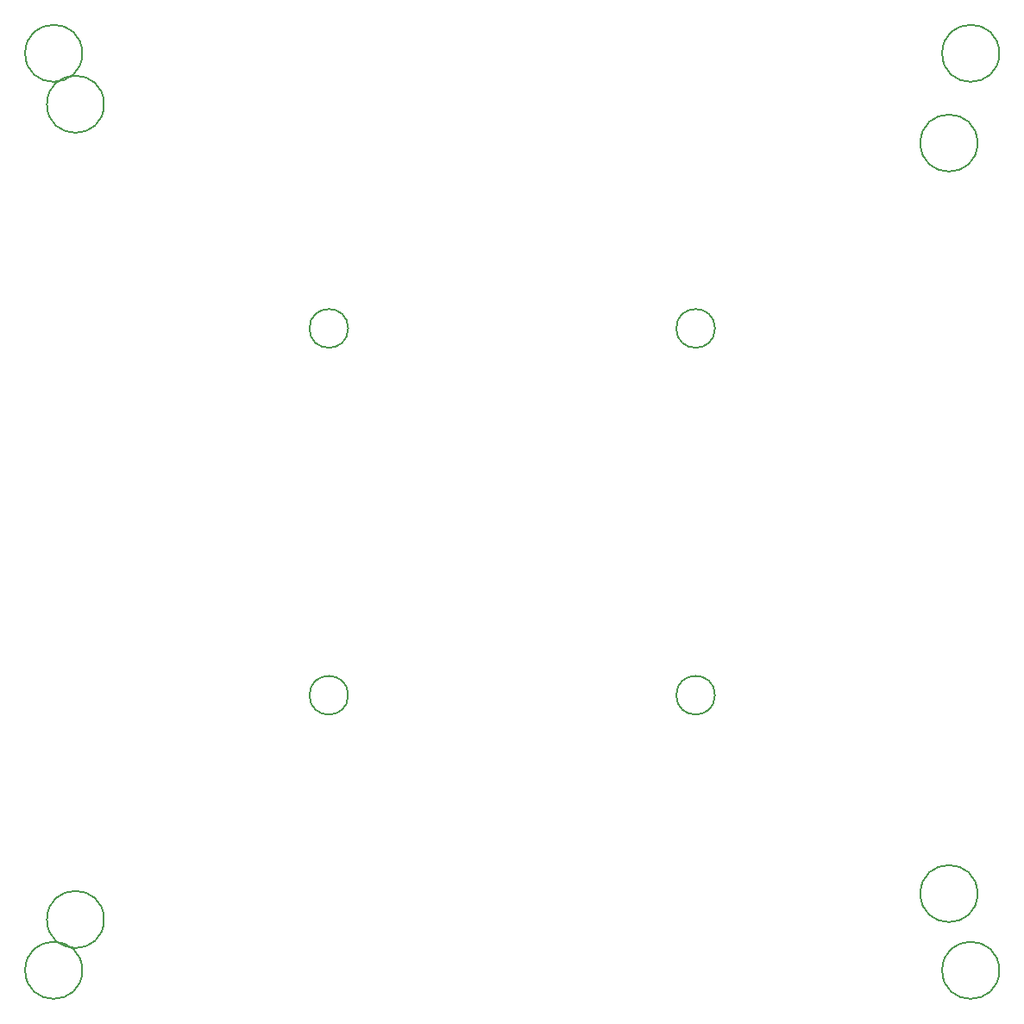
<source format=gbr>
%TF.GenerationSoftware,KiCad,Pcbnew,7.0.8*%
%TF.CreationDate,2024-04-10T10:35:42+02:00*%
%TF.ProjectId,ESLGSU_Adapter,45534c47-5355-45f4-9164-61707465722e,rev?*%
%TF.SameCoordinates,Original*%
%TF.FileFunction,Other,Comment*%
%FSLAX46Y46*%
G04 Gerber Fmt 4.6, Leading zero omitted, Abs format (unit mm)*
G04 Created by KiCad (PCBNEW 7.0.8) date 2024-04-10 10:35:42*
%MOMM*%
%LPD*%
G01*
G04 APERTURE LIST*
%ADD10C,0.150000*%
G04 APERTURE END LIST*
D10*
%TO.C,H1*%
X44800000Y-42000000D02*
G75*
G03*
X44800000Y-42000000I-2800000J0D01*
G01*
%TO.C,H9*%
X46935000Y-127010000D02*
G75*
G03*
X46935000Y-127010000I-2800000J0D01*
G01*
%TO.C,H3*%
X132665000Y-50810000D02*
G75*
G03*
X132665000Y-50810000I-2800000J0D01*
G01*
%TO.C,H7*%
X134800000Y-42000000D02*
G75*
G03*
X134800000Y-42000000I-2800000J0D01*
G01*
%TO.C,H4*%
X44800000Y-132000000D02*
G75*
G03*
X44800000Y-132000000I-2800000J0D01*
G01*
%TO.C,H11*%
X106900000Y-105000000D02*
G75*
G03*
X106900000Y-105000000I-1900000J0D01*
G01*
%TO.C,H12*%
X70900000Y-105000000D02*
G75*
G03*
X70900000Y-105000000I-1900000J0D01*
G01*
%TO.C,H5*%
X132665000Y-124470000D02*
G75*
G03*
X132665000Y-124470000I-2800000J0D01*
G01*
%TO.C,H6*%
X70900000Y-69000000D02*
G75*
G03*
X70900000Y-69000000I-1900000J0D01*
G01*
%TO.C,H2*%
X134800000Y-132000000D02*
G75*
G03*
X134800000Y-132000000I-2800000J0D01*
G01*
%TO.C,H10*%
X106900000Y-69000000D02*
G75*
G03*
X106900000Y-69000000I-1900000J0D01*
G01*
%TO.C,H8*%
X46935000Y-47000000D02*
G75*
G03*
X46935000Y-47000000I-2800000J0D01*
G01*
%TD*%
M02*

</source>
